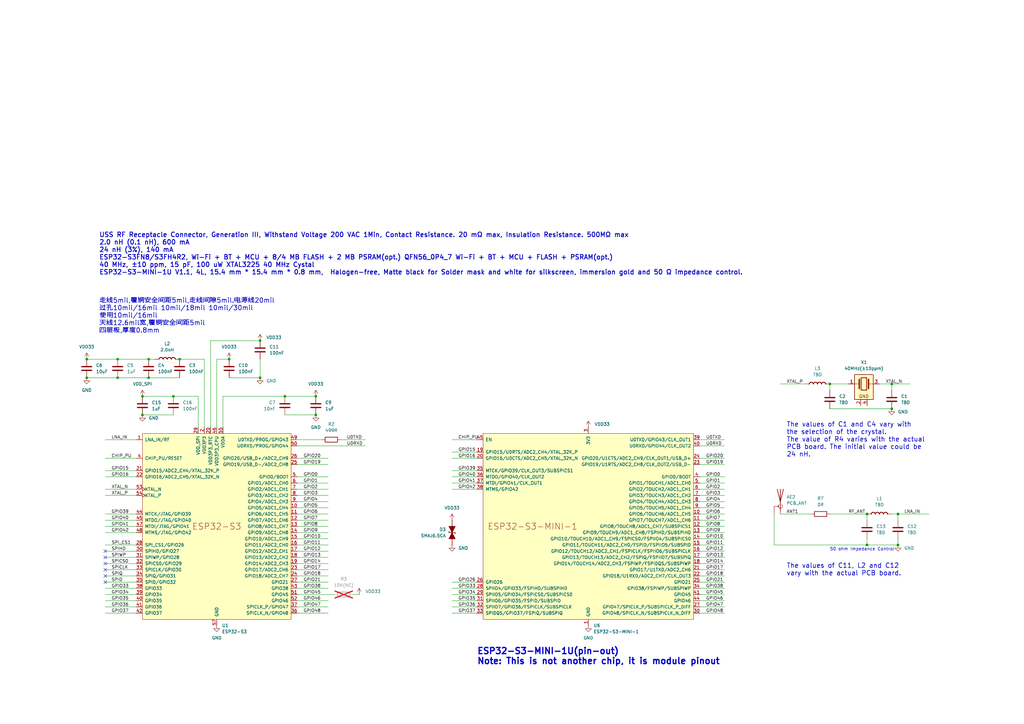
<source format=kicad_sch>
(kicad_sch (version 20250114) (generator "eeschema") (generator_version "9.0")
  (paper "A3")
  (lib_symbols
    (symbol "Device:Antenna_Shield" (pin_numbers (hide yes)) (pin_names (offset 1.016) (hide yes))
      (property "Reference" "AE" (at -1.905 4.445 0))
      (property "Value" "Antenna_Shield" (at -1.905 2.54 0))
      (symbol "Antenna_Shield_0_1"
        (arc (start 0 -2.667) (mid -0.8485 -2.1032) (end -0.508 -1.143))
        (polyline (pts (xy 0 5.08) (xy 0 -3.81)) (stroke (width 0.254)))
        (polyline (pts (xy 0 -2.54) (xy 0 0)))
        (arc (start 0.508 -1.143) (mid 0.8046 -2.0885) (end 0 -2.667))
        (polyline (pts (xy 0.762 -1.905) (xy 2.54 -1.905)))
        (circle (center 0.762 -1.905) (radius 0.1778) (fill (type outline)))
        (polyline (pts (xy 1.27 5.08) (xy 0 0) (xy -1.27 5.08)) (stroke (width 0.254)))
        (polyline (pts (xy 2.54 -2.54) (xy 2.54 -1.905)))
      )
      (symbol "Antenna_Shield_1_1"
        (pin input line (at 0 -5.08 90) (length 2.54) (name "A") (number "1"))
        (pin input line (at 2.54 -5.08 90) (length 2.54) (name "Shield") (number "2"))
      )
    )
    (symbol "PCM_Capacitor_AKL:C_1206" (pin_numbers (hide yes)) (pin_names (offset 0.254))
      (property "Reference" "C" (at 0.635 2.54 0))
      (property "Value" "C_1206" (at 0.635 -2.54 0))
      (symbol "C_1206_0_1"
        (polyline (pts (xy -2.032 0.762) (xy 2.032 0.762)) (stroke (width 0.508)))
        (polyline (pts (xy -2.032 -0.762) (xy 2.032 -0.762)) (stroke (width 0.508)))
      )
      (symbol "C_1206_0_2"
        (polyline (pts (xy -2.54 -2.54) (xy -0.381 -0.381)))
        (polyline (pts (xy -0.508 -0.508) (xy -1.651 0.635)) (stroke (width 0.508)))
        (polyline (pts (xy -0.508 -0.508) (xy 0.635 -1.651)) (stroke (width 0.508)))
        (polyline (pts (xy 0.381 0.381) (xy 2.54 2.54)))
        (polyline (pts (xy 0.508 0.508) (xy -0.635 1.651)) (stroke (width 0.508)))
        (polyline (pts (xy 0.508 0.508) (xy 1.651 -0.635)) (stroke (width 0.508)))
      )
      (symbol "C_1206_1_1"
        (pin passive line (at 0 3.81 270) (length 2.794) (name "~") (number "1"))
        (pin passive line (at 0 -3.81 90) (length 2.794) (name "~") (number "2"))
      )
      (symbol "C_1206_1_2"
        (pin passive line (at -2.54 -2.54 90) (length 0) (name "~") (number "2"))
        (pin passive line (at 2.54 2.54 270) (length 0) (name "~") (number "1"))
      )
    )
    (symbol "PCM_Crystal_AKL:SMD3225-4" (pin_names (offset 1.016) (hide yes))
      (property "Reference" "X" (at 0 8.89 0))
      (property "Value" "SMD3225-4" (at 0 6.35 0))
      (symbol "SMD3225-4_0_1"
        (rectangle (start -3.81 3.81) (end 3.81 -6.35) (stroke (width 0.254)) (fill (type background)))
        (polyline (pts (xy -3.81 0) (xy -1.905 0)))
        (polyline (pts (xy -1.905 -1.905) (xy -1.905 1.905)) (stroke (width 0.508)))
        (rectangle (start -1.143 2.54) (end 1.143 -2.54) (stroke (width 0.3048)))
        (polyline (pts (xy 1.905 -1.905) (xy 1.905 1.905)) (stroke (width 0.508)))
        (polyline (pts (xy 3.81 0) (xy 1.905 0)))
        (text "GND" (at 0 -5.08 0) (effects (font (size 1.27 1.27))))
      )
      (symbol "SMD3225-4_1_1"
        (pin passive line (at -6.35 0 0) (length 2.54) (name "1") (number "1"))
        (pin passive line (at -1.27 -8.89 90) (length 2.54) (name "2") (number "2"))
        (pin passive line (at 1.27 -8.89 90) (length 2.54) (name "4") (number "4"))
        (pin passive line (at 6.35 0 180) (length 2.54) (name "3") (number "3"))
      )
    )
    (symbol "PCM_Diode_TVS_AKL:SMAJ6.5CA" (pin_numbers (hide yes)) (pin_names (offset 1.016) (hide yes))
      (property "Reference" "D" (at 0 5.08 0))
      (property "Value" "SMAJ6.5CA" (at 0 2.54 0))
      (symbol "SMAJ6.5CA_0_1"
        (polyline (pts (xy 0 1.27) (xy 0 -1.27)) (stroke (width 0.254)))
        (polyline (pts (xy 0 1.27) (xy 0.508 1.27)) (stroke (width 0.254)))
        (polyline (pts (xy 0 0) (xy -2.54 1.27) (xy -2.54 -1.27) (xy 0 0)) (stroke (width 0.254)) (fill (type outline)))
        (polyline (pts (xy 0 -1.27) (xy -0.508 -1.27)) (stroke (width 0.254)))
        (polyline (pts (xy 1.27 0) (xy -1.27 0)))
        (polyline (pts (xy 2.54 1.27) (xy 2.54 -1.27) (xy 0 0) (xy 2.54 1.27)) (stroke (width 0.254)) (fill (type outline)))
      )
      (symbol "SMAJ6.5CA_0_2"
        (polyline (pts (xy -3.81 -3.81) (xy 3.81 3.81)))
        (polyline (pts (xy -1.778 -1.778) (xy -2.667 -0.889) (xy 0 0) (xy -0.889 -2.667) (xy -1.778 -1.778)) (stroke (width 0.254)) (fill (type outline)))
        (polyline (pts (xy -0.889 0.889) (xy -1.27 0.508)) (stroke (width 0.254)))
        (polyline (pts (xy -0.889 0.889) (xy 0.889 -0.889)) (stroke (width 0.254)))
        (polyline (pts (xy 0.889 -0.889) (xy 1.27 -0.508)) (stroke (width 0.254)))
        (polyline (pts (xy 1.778 1.778) (xy 2.667 0.889) (xy 0 0) (xy 0.889 2.667) (xy 1.778 1.778)) (stroke (width 0.254)) (fill (type outline)))
      )
      (symbol "SMAJ6.5CA_1_1"
        (pin passive line (at -5.08 0 0) (length 2.54) (name "K") (number "1"))
        (pin passive line (at 5.08 0 180) (length 2.54) (name "A") (number "2"))
      )
      (symbol "SMAJ6.5CA_1_2"
        (pin passive line (at -3.81 -3.81 0) (length 0) (name "A") (number "2"))
        (pin passive line (at 3.81 3.81 180) (length 0) (name "K") (number "1"))
      )
    )
    (symbol "PCM_Elektuur:L" (pin_numbers (hide yes)) (pin_names (offset 0) (hide yes))
      (property "Reference" "L" (at 2.54 3.175 0))
      (property "Value" "L" (at 2.54 -3.175 0))
      (symbol "L_1_0"
        (arc (start 0 3.302) (mid 0.6604 2.5146) (end 0 1.7272) (stroke (width 0.254)))
        (arc (start 0 1.6256) (mid 0.6604 0.8382) (end 0 0.0508) (stroke (width 0.254)))
        (arc (start 0 -0.0508) (mid 0.6604 -0.8382) (end 0 -1.6256) (stroke (width 0.254)))
        (arc (start 0 -1.7272) (mid 0.6604 -2.5146) (end 0 -3.302) (stroke (width 0.254)))
        (arc (start 0 3.4036) (mid 0.762 2.5146) (end 0 1.6256) (stroke (width 0.254)))
        (arc (start 0 1.7272) (mid 0.762 0.8382) (end 0 -0.0508) (stroke (width 0.254)))
        (arc (start 0 0.0508) (mid 0.762 -0.8382) (end 0 -1.7272) (stroke (width 0.254)))
        (arc (start 0 -1.6256) (mid 0.762 -2.5146) (end 0 -3.4036) (stroke (width 0.254)))
        (polyline (pts (xy 0 3.5052) (xy 0 3.302)) (stroke (width 0.254)))
        (polyline (pts (xy 0 1.7272) (xy 0 1.6256)) (stroke (width 0.254)))
        (polyline (pts (xy 0 0.0508) (xy 0 -0.0508)) (stroke (width 0.254)))
        (polyline (pts (xy 0 -1.6256) (xy 0 -1.7272)) (stroke (width 0.254)))
        (polyline (pts (xy 0 -3.302) (xy 0 -3.5052)) (stroke (width 0.254)))
        (pin passive line (at 0 5.08 270) (length 1.5748) (name "+") (number "1"))
        (pin passive line (at 0 -5.08 90) (length 1.5748) (name "-") (number "2"))
      )
      (symbol "L_1_2"
        (rectangle (start 1.524 3.3782) (end 1.9812 -3.3782) (stroke (width 0.254)) (fill (type outline)))
      )
      (symbol "L_1_3"
        (rectangle (start 1.524 3.0988) (end 1.9812 1.9304) (stroke (width 0.254)) (fill (type outline)))
        (rectangle (start 1.524 1.4224) (end 1.9812 0.254) (stroke (width 0.254)) (fill (type outline)))
        (rectangle (start 1.524 -0.254) (end 1.9812 -1.4224) (stroke (width 0.254)) (fill (type outline)))
        (rectangle (start 1.524 -1.9304) (end 1.9812 -3.0988) (stroke (width 0.254)) (fill (type outline)))
      )
    )
    (symbol "PCM_Espressif:ESP32-S3" (pin_names (offset 1.016))
      (property "Reference" "U" (at -30.48 43.18 0))
      (property "Value" "ESP32-S3" (at -30.48 40.64 0))
      (symbol "ESP32-S3_0_0"
        (text "ESP32-S3" (at 0 0 0) (effects (font (size 2.54 2.54))))
        (pin bidirectional line (at 33.02 -33.02 180) (length 2.54) (name "SPICLK_P/GPIO47") (number "37"))
        (pin bidirectional line (at 33.02 -35.56 180) (length 2.54) (name "SPICLK_N/GPIO48") (number "36"))
      )
      (symbol "ESP32-S3_0_1"
        (rectangle (start -30.48 38.1) (end 30.48 -38.1) (fill (type background)))
      )
      (symbol "ESP32-S3_1_1"
        (pin bidirectional line (at -33.02 35.56 0) (length 2.54) (name "LNA_IN/RF") (number "1"))
        (pin input line (at -33.02 27.94 0) (length 2.54) (name "CHIP_PU/RESET") (number "4"))
        (pin bidirectional line (at -33.02 22.86 0) (length 2.54) (name "GPIO15/ADC2_CH4/XTAL_32K_P") (number "21"))
        (pin bidirectional line (at -33.02 20.32 0) (length 2.54) (name "GPIO16/ADC2_CH5/XTAL_32K_N") (number "22"))
        (pin input clock (at -33.02 15.24 0) (length 2.54) (name "XTAL_N") (number "53"))
        (pin output clock (at -33.02 12.7 0) (length 2.54) (name "XTAL_P") (number "54"))
        (pin bidirectional line (at -33.02 5.08 0) (length 2.54) (name "MTCK/JTAG/GPIO39") (number "44"))
        (pin bidirectional line (at -33.02 2.54 0) (length 2.54) (name "MTDO/JTAG/GPIO40") (number "45"))
        (pin bidirectional line (at -33.02 0 0) (length 2.54) (name "MTDI/JTAG/GPIO41") (number "47"))
        (pin bidirectional line (at -33.02 -2.54 0) (length 2.54) (name "MTMS/JTAG/GPIO42") (number "48"))
        (pin bidirectional line (at -33.02 -7.62 0) (length 2.54) (name "SPI_CS1/GPIO26") (number "28"))
        (pin bidirectional line (at -33.02 -10.16 0) (length 2.54) (name "SPIHD/GPIO27") (number "30"))
        (pin bidirectional line (at -33.02 -12.7 0) (length 2.54) (name "SPIWP/GPIO28") (number "31"))
        (pin bidirectional line (at -33.02 -15.24 0) (length 2.54) (name "SPICS0/GPIO29") (number "32"))
        (pin bidirectional line (at -33.02 -17.78 0) (length 2.54) (name "SPICLK/GPIO30") (number "33"))
        (pin bidirectional line (at -33.02 -20.32 0) (length 2.54) (name "SPIQ/GPIO31") (number "34"))
        (pin bidirectional line (at -33.02 -22.86 0) (length 2.54) (name "SPID/GPIO32") (number "35"))
        (pin bidirectional line (at -33.02 -25.4 0) (length 2.54) (name "GPIO33") (number "38"))
        (pin bidirectional line (at -33.02 -27.94 0) (length 2.54) (name "GPIO34") (number "39"))
        (pin bidirectional line (at -33.02 -30.48 0) (length 2.54) (name "GPIO35") (number "40"))
        (pin bidirectional line (at -33.02 -33.02 0) (length 2.54) (name "GPIO36") (number "41"))
        (pin bidirectional line (at -33.02 -35.56 0) (length 2.54) (name "GPIO37") (number "42"))
        (pin power_out line (at -7.62 40.64 270) (length 2.54) (name "VDD_SPI") (number "29"))
        (pin power_in line (at -5.08 40.64 270) (length 2.54) (name "VDD3P3") (number "2"))
        (pin power_in line (at -5.08 40.64 270) (length 2.54) (hide yes) (name "VDD3P3") (number "3"))
        (pin power_in line (at -2.54 40.64 270) (length 2.54) (name "VDD3P3_RTC") (number "20"))
        (pin power_in line (at 0 40.64 270) (length 2.54) (name "VDD3P3_CPU") (number "46"))
        (pin power_in line (at 0 -40.64 90) (length 2.54) (name "GND") (number "57"))
        (pin power_in line (at 2.54 40.64 270) (length 2.54) (name "VDDA") (number "55"))
        (pin passive line (at 2.54 40.64 270) (length 2.54) (hide yes) (name "VDDA") (number "56"))
        (pin bidirectional line (at 33.02 35.56 180) (length 2.54) (name "U0TXD/PROG/GPIO43") (number "49"))
        (pin bidirectional line (at 33.02 33.02 180) (length 2.54) (name "U0RXD/PROG/GPIO44") (number "50"))
        (pin bidirectional line (at 33.02 27.94 180) (length 2.54) (name "GPIO20/USB_D+/ADC2_CH9") (number "26"))
        (pin bidirectional line (at 33.02 25.4 180) (length 2.54) (name "GPIO19/USB_D-/ADC2_CH8") (number "25"))
        (pin bidirectional line (at 33.02 20.32 180) (length 2.54) (name "GPIO0/BOOT") (number "5"))
        (pin bidirectional line (at 33.02 17.78 180) (length 2.54) (name "GPIO1/ADC1_CH0") (number "6"))
        (pin bidirectional line (at 33.02 15.24 180) (length 2.54) (name "GPIO2/ADC1_CH1") (number "7"))
        (pin bidirectional line (at 33.02 12.7 180) (length 2.54) (name "GPIO3/ADC1_CH2") (number "8"))
        (pin bidirectional line (at 33.02 10.16 180) (length 2.54) (name "GPIO4/ADC1_CH3") (number "9"))
        (pin bidirectional line (at 33.02 7.62 180) (length 2.54) (name "GPIO5/ADC1_CH4") (number "10"))
        (pin bidirectional line (at 33.02 5.08 180) (length 2.54) (name "GPIO6/ADC1_CH5") (number "11"))
        (pin bidirectional line (at 33.02 2.54 180) (length 2.54) (name "GPIO7/ADC1_CH6") (number "12"))
        (pin bidirectional line (at 33.02 0 180) (length 2.54) (name "GPIO8/ADC1_CH7") (number "13"))
        (pin bidirectional line (at 33.02 -2.54 180) (length 2.54) (name "GPIO9/ADC1_CH8") (number "14"))
        (pin bidirectional line (at 33.02 -5.08 180) (length 2.54) (name "GPIO10/ADC1_CH9") (number "15"))
        (pin bidirectional line (at 33.02 -7.62 180) (length 2.54) (name "GPIO11/ADC2_CH0") (number "16"))
        (pin bidirectional line (at 33.02 -10.16 180) (length 2.54) (name "GPIO12/ADC2_CH1") (number "17"))
        (pin bidirectional line (at 33.02 -12.7 180) (length 2.54) (name "GPIO13/ADC2_CH2") (number "18"))
        (pin bidirectional line (at 33.02 -15.24 180) (length 2.54) (name "GPIO14/ADC2_CH3") (number "19"))
        (pin bidirectional line (at 33.02 -17.78 180) (length 2.54) (name "GPIO17/ADC2_CH6") (number "23"))
        (pin bidirectional line (at 33.02 -20.32 180) (length 2.54) (name "GPIO18/ADC2_CH7") (number "24"))
        (pin bidirectional line (at 33.02 -22.86 180) (length 2.54) (name "GPIO21") (number "27"))
        (pin bidirectional line (at 33.02 -25.4 180) (length 2.54) (name "GPIO38") (number "43"))
        (pin bidirectional line (at 33.02 -27.94 180) (length 2.54) (name "GPIO45") (number "51"))
        (pin bidirectional line (at 33.02 -30.48 180) (length 2.54) (name "GPIO46") (number "52"))
      )
    )
    (symbol "PCM_Espressif:ESP32-S3-MINI-1" (pin_names (offset 1.016))
      (property "Reference" "U" (at -43.18 43.18 0))
      (property "Value" "ESP32-S3-MINI-1" (at -43.18 40.64 0))
      (symbol "ESP32-S3-MINI-1_0_0"
        (text "ESP32-S3-MINI-1" (at -22.86 0 0) (effects (font (size 2.54 2.54))))
        (pin input line (at -45.72 35.56 0) (length 2.54) (name "EN") (number "45"))
        (pin bidirectional line (at -45.72 30.48 0) (length 2.54) (name "GPIO15/U0RTS/ADC2_CH4/XTAL_32K_P") (number "19"))
        (pin bidirectional line (at -45.72 27.94 0) (length 2.54) (name "GPIO16/U0CTS/ADC2_CH5/XTAL_32K_N") (number "20"))
        (pin bidirectional line (at -45.72 22.86 0) (length 2.54) (name "MTCK/GPIO39/CLK_OUT3/SUBSPICS1") (number "35"))
        (pin bidirectional line (at -45.72 20.32 0) (length 2.54) (name "MTDO/GPIO40/CLK_OUT2") (number "36"))
        (pin bidirectional line (at -45.72 17.78 0) (length 2.54) (name "MTDI/GPIO41/CLK_OUT1") (number "37"))
        (pin bidirectional line (at -45.72 15.24 0) (length 2.54) (name "MTMS/GPIO42") (number "38"))
        (pin bidirectional line (at -45.72 -22.86 0) (length 2.54) (name "GPIO26") (number "26"))
        (pin bidirectional line (at -45.72 -25.4 0) (length 2.54) (name "SPIIO4/GPIO33/FSPIHD/SUBSPIHD") (number "28"))
        (pin bidirectional line (at -45.72 -27.94 0) (length 2.54) (name "SPIIO5/GPIO34/FSPICS0/SUBSPICS0") (number "29"))
        (pin bidirectional line (at -45.72 -30.48 0) (length 2.54) (name "SPIIO6/GPIO35/FSPID/SUBSPID") (number "31"))
        (pin bidirectional line (at -45.72 -33.02 0) (length 2.54) (name "SPIIO7/GPIO36/FSPICLK/SUBSPICLK") (number "32"))
        (pin bidirectional line (at -45.72 -35.56 0) (length 2.54) (name "SPIDQS/GPIO37/FSPIQ/SUBSPIQ") (number "33"))
        (pin power_in line (at 0 40.64 270) (length 2.54) (name "3V3") (number "3"))
        (pin power_in line (at 0 -40.64 90) (length 2.54) (name "GND") (number "1"))
        (pin passive line (at 0 -40.64 90) (length 2.54) (hide yes) (name "GND") (number "2"))
        (pin passive line (at 0 -40.64 90) (length 2.54) (hide yes) (name "GND") (number "42"))
        (pin passive line (at 0 -40.64 90) (length 2.54) (hide yes) (name "GND") (number "43"))
        (pin passive line (at 0 -40.64 90) (length 2.54) (hide yes) (name "GND") (number "46"))
        (pin passive line (at 0 -40.64 90) (length 2.54) (hide yes) (name "GND") (number "47"))
        (pin passive line (at 0 -40.64 90) (length 2.54) (hide yes) (name "GND") (number "48"))
        (pin passive line (at 0 -40.64 90) (length 2.54) (hide yes) (name "GND") (number "49"))
        (pin passive line (at 0 -40.64 90) (length 2.54) (hide yes) (name "GND") (number "50"))
        (pin passive line (at 0 -40.64 90) (length 2.54) (hide yes) (name "GND") (number "51"))
        (pin passive line (at 0 -40.64 90) (length 2.54) (hide yes) (name "GND") (number "52"))
        (pin passive line (at 0 -40.64 90) (length 2.54) (hide yes) (name "GND") (number "53"))
        (pin passive line (at 0 -40.64 90) (length 2.54) (hide yes) (name "GND") (number "54"))
        (pin passive line (at 0 -40.64 90) (length 2.54) (hide yes) (name "GND") (number "55"))
        (pin passive line (at 0 -40.64 90) (length 2.54) (hide yes) (name "GND") (number "56"))
        (pin passive line (at 0 -40.64 90) (length 2.54) (hide yes) (name "GND") (number "57"))
        (pin passive line (at 0 -40.64 90) (length 2.54) (hide yes) (name "GND") (number "58"))
        (pin passive line (at 0 -40.64 90) (length 2.54) (hide yes) (name "GND") (number "59"))
        (pin passive line (at 0 -40.64 90) (length 2.54) (hide yes) (name "GND") (number "60"))
        (pin passive line (at 0 -40.64 90) (length 2.54) (hide yes) (name "GND") (number "61"))
        (pin passive line (at 0 -40.64 90) (length 2.54) (hide yes) (name "GND") (number "62"))
        (pin passive line (at 0 -40.64 90) (length 2.54) (hide yes) (name "GND") (number "63"))
        (pin passive line (at 0 -40.64 90) (length 2.54) (hide yes) (name "GND") (number "64"))
        (pin passive line (at 0 -40.64 90) (length 2.54) (hide yes) (name "GND") (number "65"))
        (pin bidirectional line (at 45.72 35.56 180) (length 2.54) (name "U0TXD/GPIO43/CLK_OUT1") (number "39"))
        (pin bidirectional line (at 45.72 33.02 180) (length 2.54) (name "U0RXD/GPIO44/CLK_OUT2") (number "40"))
        (pin bidirectional line (at 45.72 27.94 180) (length 2.54) (name "GPIO20/U1CTS/ADC2_CH9/CLK_OUT1/USB_D+") (number "24"))
        (pin bidirectional line (at 45.72 25.4 180) (length 2.54) (name "GPIO19/U1RTS/ADC2_CH8/CLK_OUT2/USB_D-") (number "23"))
        (pin bidirectional line (at 45.72 20.32 180) (length 2.54) (name "GPIO0/BOOT") (number "4"))
        (pin bidirectional line (at 45.72 17.78 180) (length 2.54) (name "GPIO1/TOUCH1/ADC1_CH0") (number "5"))
        (pin bidirectional line (at 45.72 15.24 180) (length 2.54) (name "GPIO2/TOUCH2/ADC1_CH1") (number "6"))
        (pin bidirectional line (at 45.72 12.7 180) (length 2.54) (name "GPIO3/TOUCH3/ADC1_CH2") (number "7"))
        (pin bidirectional line (at 45.72 10.16 180) (length 2.54) (name "GPIO4/TOUCH4/ADC1_CH3") (number "8"))
        (pin bidirectional line (at 45.72 7.62 180) (length 2.54) (name "GPIO5/TOUCH5/ADC1_CH4") (number "9"))
        (pin bidirectional line (at 45.72 5.08 180) (length 2.54) (name "GPIO6/TOUCH6/ADC1_CH5") (number "10"))
        (pin bidirectional line (at 45.72 2.54 180) (length 2.54) (name "GPIO7/TOUCH7/ADC1_CH6") (number "11"))
        (pin bidirectional line (at 45.72 0 180) (length 2.54) (name "GPIO8/TOUCH8/ADC1_CH7/SUBSPICS1") (number "12"))
        (pin bidirectional line (at 45.72 -2.54 180) (length 2.54) (name "GPIO9/TOUCH9/ADC1_CH8/FSPIHD/SUBSPIHD") (number "13"))
        (pin bidirectional line (at 45.72 -5.08 180) (length 2.54) (name "GPIO10/TOUCH10/ADC1_CH9/FSPICS0/FSPIIO4/SUBSPICS0") (number "14"))
        (pin bidirectional line (at 45.72 -7.62 180) (length 2.54) (name "GPIO11/TOUCH11/ADC2_CH0/FSPID/FSPIIO5/SUBSPID") (number "15"))
        (pin bidirectional line (at 45.72 -10.16 180) (length 2.54) (name "GPIO12/TOUCH12/ADC2_CH1/FSPICLK/FSPIIO6/SUBSPICLK") (number "16"))
        (pin bidirectional line (at 45.72 -12.7 180) (length 2.54) (name "GPIO13/TOUCH13/ADC2_CH2/FSPIQ/FSPIIO7/SUBSPIQ") (number "17"))
        (pin bidirectional line (at 45.72 -15.24 180) (length 2.54) (name "GPIO14/TOUCH14/ADC2_CH3/FSPIWP/FSPIDQS/SUBSPIWP") (number "18"))
        (pin bidirectional line (at 45.72 -17.78 180) (length 2.54) (name "GPIO17/U1TXD/ADC2_CH6") (number "21"))
        (pin bidirectional line (at 45.72 -20.32 180) (length 2.54) (name "GPIO18/U1RXD/ADC2_CH7/CLK_OUT3") (number "22"))
        (pin bidirectional line (at 45.72 -22.86 180) (length 2.54) (name "GPIO21") (number "25"))
        (pin bidirectional line (at 45.72 -25.4 180) (length 2.54) (name "GPIO38/FSPIWP/SUBSPIWP") (number "34"))
        (pin bidirectional line (at 45.72 -27.94 180) (length 2.54) (name "GPIO45") (number "41"))
        (pin bidirectional line (at 45.72 -30.48 180) (length 2.54) (name "GPIO46") (number "44"))
        (pin bidirectional line (at 45.72 -33.02 180) (length 2.54) (name "GPIO47/SPICLK_P/SUBSPICLK_P_DIFF") (number "27"))
        (pin bidirectional line (at 45.72 -35.56 180) (length 2.54) (name "GPIO48/SPICLK_N/SUBSPICLK_N_DIFF") (number "30"))
      )
      (symbol "ESP32-S3-MINI-1_0_1"
        (rectangle (start -43.18 38.1) (end 43.18 -38.1) (fill (type background)))
      )
    )
    (symbol "PCM_Resistor_AKL:R_1206" (pin_numbers (hide yes)) (pin_names (offset 0))
      (property "Reference" "R" (at 2.54 1.27 0))
      (property "Value" "R_1206" (at 2.54 -1.27 0))
      (symbol "R_1206_0_1"
        (rectangle (start -1.016 2.54) (end 1.016 -2.54) (stroke (width 0.254)))
      )
      (symbol "R_1206_0_2"
        (polyline (pts (xy -2.54 -2.54) (xy -1.524 -1.524)))
        (polyline (pts (xy 1.524 1.524) (xy 2.54 2.54)))
        (polyline (pts (xy 1.524 1.524) (xy 0.889 2.159) (xy -2.159 -0.889) (xy -0.889 -2.159) (xy 2.159 0.889) (xy 1.524 1.524)) (stroke (width 0.254)))
      )
      (symbol "R_1206_1_1"
        (pin passive line (at 0 3.81 270) (length 1.27) (name "~") (number "1"))
        (pin passive line (at 0 -3.81 90) (length 1.27) (name "~") (number "2"))
      )
      (symbol "R_1206_1_2"
        (pin passive line (at -2.54 -2.54 0) (length 0) (name "") (number "2"))
        (pin passive line (at 2.54 2.54 180) (length 0) (name "") (number "1"))
      )
    )
    (symbol "power:+3.3V" (power) (pin_numbers (hide yes)) (pin_names (offset 0) (hide yes))
      (property "Value" "+3.3V" (at 0 3.556 0))
      (symbol "+3.3V_0_1"
        (polyline (pts (xy -0.762 1.27) (xy 0 2.54)))
        (polyline (pts (xy 0 2.54) (xy 0.762 1.27)))
        (polyline (pts (xy 0 0) (xy 0 2.54)))
      )
      (symbol "+3.3V_1_1"
        (pin power_in line (at 0 0 90) (length 0) (name "~") (number "1"))
      )
    )
    (symbol "power:GND" (power) (pin_numbers (hide yes)) (pin_names (offset 0) (hide yes))
      (property "Value" "GND" (at 0 -3.81 0))
      (symbol "GND_0_1"
        (polyline (pts (xy 0 0) (xy 0 -1.27) (xy 1.27 -1.27) (xy 0 -2.54) (xy -1.27 -1.27) (xy 0 -1.27)))
      )
      (symbol "GND_1_1"
        (pin power_in line (at 0 0 270) (length 0) (name "~") (number "1"))
      )
    )
  )
  (text "The values of C11, L2 and C12\nvary with the actual PCB board." (exclude_from_sim yes) (at 322.58 233.68 0) (effects (font (size 1.905 1.905) (thickness 0.2381)) (justify left)))
  (text "50 ohm Impedance Control" (at 340.36 226.06 0) (effects (font (size 1.27 1.27)) (justify left bottom)))
  (text "ESP32-S3-MINI-1U(pin-out)\nNote: This is not another chip, it is module pinout" (exclude_from_sim yes) (at 195.58 269.24 0) (effects (font (size 2.54 2.54) (thickness 0.508) (bold yes)) (justify left)))
  (text "USS RF Receptacle Connector, Generation III, Withstand Voltage 200 VAC 1Min, Contact Resistance. 20 mΩ max, Insulation Resistance. 500MΩ max\n2.0 nH (0.1 nH), 600 mA\n24 nH (3%), 140 mA\nESP32-S3FN8/S3FH4R2, Wi-Fi + BT + MCU + 8/4 MB FLASH + 2 MB PSRAM(opt.) QFN56_0P4_7 Wi-Fi + BT + MCU + FLASH + PSRAM(opt.)\n40 MHz, ±10 ppm, 15 pF, 100 uW XTAL3225 40 MHz Cystal\nESP32-S3-MINI-1U V1.1, 4L, 15.4 mm * 15.4 mm * 0.8 mm,  Halogen-free, Matte black for Solder mask and white for silkscreen, immersion gold and 50 Ω impedance control." (exclude_from_sim yes) (at 40.64 104.14 0) (effects (font (size 1.905 1.905) (thickness 0.3175)) (justify left)))
  (text "走线5mil,覆铜安全间距5mil,走线间隙5mil.电源线20mil\n过孔10mil/16mil 10mil/18mil 10mil/30mil\n使用10mil/16mil\n天线12.6mil宽,覆铜安全间距5mil\n四层板,厚度0.8mm" (exclude_from_sim yes) (at 40.64 129.54 0) (effects (font (size 1.905 1.905) (thickness 0.2381)) (justify left)))
  (text "The values of C1 and C4 vary with\nthe selection of the crystal.\nThe value of R4 varies with the actual\nPCB board. The initial value could be\n24 nH." (exclude_from_sim yes) (at 322.58 180.34 0) (effects (font (size 1.905 1.905) (thickness 0.2381)) (justify left)))
  (junction (at 58.42 170.18))
  (junction (at 48.26 154.94))
  (junction (at 365.76 167.64))
  (junction (at 60.96 154.94))
  (junction (at 35.56 154.94))
  (junction (at 93.98 147.32))
  (junction (at 340.36 157.48))
  (junction (at 60.96 147.32))
  (junction (at 355.6 223.52))
  (junction (at 129.54 170.18))
  (junction (at 106.68 139.7))
  (junction (at 116.84 162.56))
  (junction (at 129.54 162.56))
  (junction (at 365.76 157.48))
  (junction (at 355.6 210.82))
  (junction (at 368.3 210.82))
  (junction (at 71.12 162.56))
  (junction (at 58.42 162.56))
  (junction (at 48.26 147.32))
  (junction (at 106.68 154.94))
  (junction (at 35.56 147.32))
  (junction (at 73.66 147.32))
  (junction (at 368.3 223.52))
  (no_connect (at 43.18 236.22))
  (no_connect (at 43.18 228.6))
  (no_connect (at 43.18 238.76))
  (no_connect (at 43.18 231.14))
  (no_connect (at 43.18 233.68))
  (no_connect (at 43.18 226.06))
  (wire (pts (xy 43.18 251.46) (xy 55.88 251.46)))
  (wire (pts (xy 185.42 238.76) (xy 195.58 238.76)))
  (wire (pts (xy 121.92 218.44) (xy 134.62 218.44)))
  (wire (pts (xy 287.02 210.82) (xy 297.18 210.82)))
  (wire (pts (xy 121.92 243.84) (xy 137.16 243.84)))
  (wire (pts (xy 121.92 236.22) (xy 134.62 236.22)))
  (wire (pts (xy 121.92 233.68) (xy 134.62 233.68)))
  (wire (pts (xy 320.04 157.48) (xy 330.2 157.48)))
  (wire (pts (xy 48.26 154.94) (xy 60.96 154.94)))
  (wire (pts (xy 365.76 157.48) (xy 373.38 157.48)))
  (wire (pts (xy 287.02 213.36) (xy 297.18 213.36)))
  (wire (pts (xy 88.9 147.32) (xy 93.98 147.32)))
  (wire (pts (xy 355.6 210.82) (xy 355.6 213.36)))
  (wire (pts (xy 317.5 210.82) (xy 317.5 223.52)))
  (wire (pts (xy 121.92 220.98) (xy 134.62 220.98)))
  (wire (pts (xy 43.18 241.3) (xy 55.88 241.3)))
  (wire (pts (xy 287.02 228.6) (xy 297.18 228.6)))
  (wire (pts (xy 63.5 147.32) (xy 60.96 147.32)))
  (wire (pts (xy 121.92 203.2) (xy 134.62 203.2)))
  (wire (pts (xy 43.18 226.06) (xy 55.88 226.06)))
  (wire (pts (xy 121.92 205.74) (xy 134.62 205.74)))
  (wire (pts (xy 287.02 248.92) (xy 297.18 248.92)))
  (wire (pts (xy 185.42 246.38) (xy 195.58 246.38)))
  (wire (pts (xy 287.02 195.58) (xy 297.18 195.58)))
  (wire (pts (xy 71.12 162.56) (xy 81.28 162.56)))
  (wire (pts (xy 185.42 251.46) (xy 195.58 251.46)))
  (wire (pts (xy 121.92 187.96) (xy 134.62 187.96)))
  (wire (pts (xy 43.18 248.92) (xy 55.88 248.92)))
  (wire (pts (xy 287.02 187.96) (xy 297.18 187.96)))
  (wire (pts (xy 58.42 162.56) (xy 71.12 162.56)))
  (wire (pts (xy 287.02 190.5) (xy 297.18 190.5)))
  (wire (pts (xy 43.18 213.36) (xy 55.88 213.36)))
  (wire (pts (xy 121.92 182.88) (xy 149.86 182.88)))
  (wire (pts (xy 287.02 251.46) (xy 297.18 251.46)))
  (wire (pts (xy 365.76 157.48) (xy 365.76 160.02)))
  (wire (pts (xy 287.02 203.2) (xy 297.18 203.2)))
  (wire (pts (xy 185.42 248.92) (xy 195.58 248.92)))
  (wire (pts (xy 287.02 180.34) (xy 297.18 180.34)))
  (wire (pts (xy 60.96 154.94) (xy 73.66 154.94)))
  (wire (pts (xy 139.7 180.34) (xy 149.86 180.34)))
  (wire (pts (xy 185.42 180.34) (xy 195.58 180.34)))
  (wire (pts (xy 129.54 170.18) (xy 116.84 170.18)))
  (wire (pts (xy 355.6 220.98) (xy 355.6 223.52)))
  (wire (pts (xy 43.18 200.66) (xy 55.88 200.66)))
  (wire (pts (xy 287.02 208.28) (xy 297.18 208.28)))
  (wire (pts (xy 121.92 241.3) (xy 134.62 241.3)))
  (wire (pts (xy 185.42 195.58) (xy 195.58 195.58)))
  (wire (pts (xy 35.56 147.32) (xy 48.26 147.32)))
  (wire (pts (xy 121.92 213.36) (xy 134.62 213.36)))
  (wire (pts (xy 287.02 182.88) (xy 297.18 182.88)))
  (wire (pts (xy 129.54 162.56) (xy 116.84 162.56)))
  (wire (pts (xy 287.02 200.66) (xy 297.18 200.66)))
  (wire (pts (xy 287.02 226.06) (xy 297.18 226.06)))
  (wire (pts (xy 83.82 175.26) (xy 83.82 147.32)))
  (wire (pts (xy 121.92 198.12) (xy 134.62 198.12)))
  (wire (pts (xy 91.44 162.56) (xy 91.44 175.26)))
  (wire (pts (xy 368.3 213.36) (xy 368.3 210.82)))
  (wire (pts (xy 121.92 200.66) (xy 134.62 200.66)))
  (wire (pts (xy 88.9 147.32) (xy 88.9 175.26)))
  (wire (pts (xy 340.36 157.48) (xy 340.36 160.02)))
  (wire (pts (xy 317.5 223.52) (xy 355.6 223.52)))
  (wire (pts (xy 121.92 238.76) (xy 134.62 238.76)))
  (wire (pts (xy 86.36 139.7) (xy 86.36 175.26)))
  (wire (pts (xy 81.28 162.56) (xy 81.28 175.26)))
  (wire (pts (xy 368.3 210.82) (xy 381 210.82)))
  (wire (pts (xy 106.68 147.32) (xy 106.68 154.94)))
  (wire (pts (xy 287.02 241.3) (xy 297.18 241.3)))
  (wire (pts (xy 121.92 226.06) (xy 134.62 226.06)))
  (wire (pts (xy 287.02 238.76) (xy 297.18 238.76)))
  (wire (pts (xy 185.42 241.3) (xy 195.58 241.3)))
  (wire (pts (xy 287.02 205.74) (xy 297.18 205.74)))
  (wire (pts (xy 43.18 231.14) (xy 55.88 231.14)))
  (wire (pts (xy 43.18 193.04) (xy 55.88 193.04)))
  (wire (pts (xy 60.96 147.32) (xy 48.26 147.32)))
  (wire (pts (xy 340.36 210.82) (xy 355.6 210.82)))
  (wire (pts (xy 287.02 215.9) (xy 297.18 215.9)))
  (wire (pts (xy 106.68 139.7) (xy 86.36 139.7)))
  (wire (pts (xy 368.3 223.52) (xy 368.3 220.98)))
  (wire (pts (xy 185.42 187.96) (xy 195.58 187.96)))
  (wire (pts (xy 121.92 246.38) (xy 134.62 246.38)))
  (wire (pts (xy 287.02 231.14) (xy 297.18 231.14)))
  (wire (pts (xy 35.56 154.94) (xy 48.26 154.94)))
  (wire (pts (xy 43.18 215.9) (xy 55.88 215.9)))
  (wire (pts (xy 121.92 195.58) (xy 134.62 195.58)))
  (wire (pts (xy 58.42 170.18) (xy 71.12 170.18)))
  (wire (pts (xy 287.02 236.22) (xy 297.18 236.22)))
  (wire (pts (xy 185.42 185.42) (xy 195.58 185.42)))
  (wire (pts (xy 43.18 243.84) (xy 55.88 243.84)))
  (wire (pts (xy 287.02 198.12) (xy 297.18 198.12)))
  (wire (pts (xy 144.78 243.84) (xy 147.32 243.84)))
  (wire (pts (xy 43.18 218.44) (xy 55.88 218.44)))
  (wire (pts (xy 121.92 251.46) (xy 134.62 251.46)))
  (wire (pts (xy 287.02 246.38) (xy 297.18 246.38)))
  (wire (pts (xy 287.02 223.52) (xy 297.18 223.52)))
  (wire (pts (xy 43.18 246.38) (xy 55.88 246.38)))
  (wire (pts (xy 340.36 157.48) (xy 347.98 157.48)))
  (wire (pts (xy 43.18 223.52) (xy 55.88 223.52)))
  (wire (pts (xy 121.92 231.14) (xy 134.62 231.14)))
  (wire (pts (xy 121.92 228.6) (xy 134.62 228.6)))
  (wire (pts (xy 43.18 203.2) (xy 55.88 203.2)))
  (wire (pts (xy 340.36 167.64) (xy 365.76 167.64)))
  (wire (pts (xy 121.92 208.28) (xy 134.62 208.28)))
  (wire (pts (xy 185.42 193.04) (xy 195.58 193.04)))
  (wire (pts (xy 185.42 198.12) (xy 195.58 198.12)))
  (wire (pts (xy 43.18 187.96) (xy 55.88 187.96)))
  (wire (pts (xy 185.42 243.84) (xy 195.58 243.84)))
  (wire (pts (xy 43.18 228.6) (xy 55.88 228.6)))
  (wire (pts (xy 320.04 210.82) (xy 332.74 210.82)))
  (wire (pts (xy 287.02 233.68) (xy 297.18 233.68)))
  (wire (pts (xy 43.18 233.68) (xy 55.88 233.68)))
  (wire (pts (xy 287.02 220.98) (xy 297.18 220.98)))
  (wire (pts (xy 43.18 180.34) (xy 55.88 180.34)))
  (wire (pts (xy 91.44 162.56) (xy 116.84 162.56)))
  (wire (pts (xy 185.42 200.66) (xy 195.58 200.66)))
  (wire (pts (xy 121.92 190.5) (xy 134.62 190.5)))
  (wire (pts (xy 43.18 236.22) (xy 55.88 236.22)))
  (wire (pts (xy 360.68 157.48) (xy 365.76 157.48)))
  (wire (pts (xy 121.92 223.52) (xy 134.62 223.52)))
  (wire (pts (xy 121.92 248.92) (xy 134.62 248.92)))
  (wire (pts (xy 43.18 238.76) (xy 55.88 238.76)))
  (wire (pts (xy 355.6 223.52) (xy 368.3 223.52)))
  (wire (pts (xy 121.92 180.34) (xy 132.08 180.34)))
  (wire (pts (xy 121.92 215.9) (xy 134.62 215.9)))
  (wire (pts (xy 73.66 147.32) (xy 83.82 147.32)))
  (wire (pts (xy 121.92 210.82) (xy 134.62 210.82)))
  (wire (pts (xy 287.02 218.44) (xy 297.18 218.44)))
  (wire (pts (xy 43.18 195.58) (xy 55.88 195.58)))
  (wire (pts (xy 93.98 154.94) (xy 106.68 154.94)))
  (wire (pts (xy 43.18 210.82) (xy 55.88 210.82)))
  (wire (pts (xy 368.3 210.82) (xy 365.76 210.82)))
  (wire (pts (xy 287.02 243.84) (xy 297.18 243.84)))
  (label "GPIO39" (at 45.72 210.82 0))
  (label "LNA_IN" (at 45.72 180.34 0))
  (label "GPIO41" (at 45.72 215.9 0))
  (label "GPIO36" (at 187.96 248.92 0))
  (label "GPIO19" (at 124.46 190.5 0))
  (label "GPIO20" (at 289.56 187.96 0))
  (label "GPIO7" (at 289.56 213.36 0))
  (label "GPIO40" (at 45.72 213.36 0))
  (label "GPIO18" (at 289.56 236.22 0))
  (label "GPIO48" (at 289.56 251.46 0))
  (label "SPICLK" (at 45.72 233.68 0))
  (label "GPIO14" (at 289.56 231.14 0))
  (label "XTAL_N" (at 45.72 200.66 0))
  (label "GPIO13" (at 124.46 228.6 0))
  (label "GPIO33" (at 187.96 241.3 0))
  (label "GPIO3" (at 124.46 203.2 0))
  (label "GPIO6" (at 289.56 210.82 0))
  (label "GPIO10" (at 124.46 220.98 0))
  (label "GPIO46" (at 124.46 246.38 0))
  (label "GPIO5" (at 289.56 208.28 0))
  (label "GPIO39" (at 187.96 193.04 0))
  (label "GPIO5" (at 124.46 208.28 0))
  (label "GPIO18" (at 124.46 236.22 0))
  (label "GPIO46" (at 289.56 246.38 0))
  (label "GPIO42" (at 45.72 218.44 0))
  (label "GPIO20" (at 124.46 187.96 0))
  (label "GPIO26" (at 187.96 238.76 0))
  (label "CHIP_PU" (at 187.96 180.34 0))
  (label "GPIO42" (at 187.96 200.66 0))
  (label "GPIO11" (at 289.56 223.52 0))
  (label "SPIHD" (at 45.72 226.06 0))
  (label "GPIO9" (at 124.46 218.44 0))
  (label "GPIO34" (at 45.72 243.84 0))
  (label "GPIO35" (at 187.96 246.38 0))
  (label "GPIO1" (at 124.46 198.12 0))
  (label "GPIO48" (at 124.46 251.46 0))
  (label "GPIO34" (at 187.96 243.84 0))
  (label "GPIO8" (at 289.56 215.9 0))
  (label "U0RXD" (at 289.56 182.88 0))
  (label "GPIO19" (at 289.56 190.5 0))
  (label "ANT1" (at 322.58 210.82 0))
  (label "GPIO17" (at 124.46 233.68 0))
  (label "GPIO14" (at 124.46 231.14 0))
  (label "GPIO36" (at 45.72 248.92 0))
  (label "GPIO11" (at 124.46 223.52 0))
  (label "GPIO12" (at 124.46 226.06 0))
  (label "SPIWP" (at 45.72 228.6 0))
  (label "GPIO0" (at 289.56 195.58 0))
  (label "GPIO33" (at 45.72 241.3 0))
  (label "U0TXD" (at 289.56 180.34 0))
  (label "GPIO16" (at 187.96 187.96 0))
  (label "GPIO13" (at 289.56 228.6 0))
  (label "GPIO37" (at 187.96 251.46 0))
  (label "GPIO2" (at 124.46 200.66 0))
  (label "SPIQ" (at 45.72 236.22 0))
  (label "GPIO7" (at 124.46 213.36 0))
  (label "GPIO4" (at 124.46 205.74 0))
  (label "GPIO2" (at 289.56 200.66 0))
  (label "RF_ANT" (at 347.98 210.82 0))
  (label "GPIO41" (at 187.96 198.12 0))
  (label "XTAL_P" (at 45.72 203.2 0))
  (label "GPIO21" (at 124.46 238.76 0))
  (label "GPIO47" (at 124.46 248.92 0))
  (label "GPIO15" (at 45.72 193.04 0))
  (label "GPIO12" (at 289.56 226.06 0))
  (label "GPIO9" (at 289.56 218.44 0))
  (label "GPIO38" (at 289.56 241.3 0))
  (label "GPIO10" (at 289.56 220.98 0))
  (label "SPICS0" (at 45.72 231.14 0))
  (label "GPIO40" (at 187.96 195.58 0))
  (label "GPIO15" (at 187.96 185.42 0))
  (label "SPI_CS1" (at 45.72 223.52 0))
  (label "GPIO16" (at 45.72 195.58 0))
  (label "GPIO8" (at 124.46 215.9 0))
  (label "U0RXD" (at 142.24 182.88 0))
  (label "GPIO1" (at 289.56 198.12 0))
  (label "GPIO3" (at 289.56 203.2 0))
  (label "GPIO45" (at 289.56 243.84 0))
  (label "XTAL_N" (at 363.22 157.48 0))
  (label "GPIO38" (at 124.46 241.3 0))
  (label "GPIO0" (at 124.46 195.58 0))
  (label "CHIP_PU" (at 45.72 187.96 0))
  (label "GPIO45" (at 124.46 243.84 0))
  (label "XTAL_P" (at 322.58 157.48 0))
  (label "GPIO37" (at 45.72 251.46 0))
  (label "GPIO35" (at 45.72 246.38 0))
  (label "GPIO6" (at 124.46 210.82 0))
  (label "GPIO17" (at 289.56 233.68 0))
  (label "LNA_IN" (at 370.84 210.82 0))
  (label "GPIO4" (at 289.56 205.74 0))
  (label "SPID" (at 45.72 238.76 0))
  (label "GPIO21" (at 289.56 238.76 0))
  (label "GPIO47" (at 289.56 248.92 0))
  (label "U0TXD" (at 142.24 180.34 0))
  (symbol (lib_id "PCM_Capacitor_AKL:C_1206") (at 365.76 163.83 0) (mirror y) (unit 1)
    (property "Reference" "C1" (at 369.57 162.5599 0) (effects (justify right)))
    (property "Value" "TBD" (at 369.57 165.0999 0) (effects (justify right)))
    (property "Footprint" "PCM_Capacitor_SMD_AKL:C_1206_3216Metric" (effects (hide yes)))
    (property "Description" "SMD 1206 MLCC capacitor, Alternate KiCad Library" (effects (hide yes)))
  )
  (symbol (lib_id "power:GND") (at 365.76 167.64 0) (unit 1)
    (property "Reference" "#PWR04" (effects (hide yes)))
    (property "Value" "GND" (at 368.3 168.9099 0) (effects (justify left)))
    (property "Description" "Power symbol creates a global label with name \"GND\" , ground" (effects (hide yes)))
  )
  (symbol (lib_id "power:GND") (at 106.68 154.94 0) (unit 1)
    (property "Reference" "#PWR016" (effects (hide yes)))
    (property "Value" "GND" (at 109.22 156.2099 0) (effects (justify left)))
    (property "Description" "Power symbol creates a global label with name \"GND\" , ground" (effects (hide yes)))
  )
  (symbol (lib_id "PCM_Capacitor_AKL:C_1206") (at 48.26 151.13 0) (unit 1)
    (property "Reference" "C5" (at 52.07 149.8599 0) (effects (justify left)))
    (property "Value" "1uF" (at 52.07 152.3999 0) (effects (justify left)))
    (property "Footprint" "PCM_Capacitor_SMD_AKL:C_1206_3216Metric" (effects (hide yes)))
    (property "Description" "SMD 1206 MLCC capacitor, Alternate KiCad Library" (effects (hide yes)))
  )
  (symbol (lib_id "PCM_Diode_TVS_AKL:SMAJ6.5CA") (at 185.42 218.44 90) (unit 1)
    (property "Reference" "D3" (at 182.88 217.1699 90) (effects (justify left)))
    (property "Value" "SMAJ6.5CA" (at 182.88 219.7099 90) (effects (justify left)))
    (property "Footprint" "PCM_Diode_SMD_AKL:D_SMA_TVS" (effects (hide yes)))
    (property "Datasheet" "https://www.tme.eu/Document/dbc72d81c249fe51b6ab42300e8e06d0/SMAJ_ser.pdf" (effects (hide yes)))
    (property "Description" "SMA Bidirectional TVS Diode, 6.5V, 400W, Alternate KiCAD Library" (effects (hide yes)))
  )
  (symbol (lib_id "power:+3.3V") (at 241.3 175.26 0) (unit 1)
    (property "Reference" "#PWR028" (effects (hide yes)))
    (property "Value" "VDD33" (at 243.84 173.9899 0) (effects (justify left)))
    (property "Description" "Power symbol creates a global label with name \"+3.3V\"" (effects (hide yes)))
  )
  (symbol (lib_id "PCM_Elektuur:L") (at 360.68 210.82 90) (unit 1)
    (property "Reference" "L1" (at 360.68 204.47 90))
    (property "Value" "TBD" (at 360.68 207.01 90))
    (property "Description" "coil/winding/inductor/choke/reactor" (effects (hide yes)))
    (property "Indicator" "●" (effects (hide yes)))
    (property "Rating" "A" (effects (hide yes)))
  )
  (symbol (lib_id "PCM_Capacitor_AKL:C_1206") (at 106.68 143.51 0) (unit 1)
    (property "Reference" "C11" (at 110.49 142.2399 0) (effects (justify left)))
    (property "Value" "100nF" (at 110.49 144.7799 0) (effects (justify left)))
    (property "Footprint" "PCM_Capacitor_SMD_AKL:C_1206_3216Metric" (effects (hide yes)))
    (property "Description" "SMD 1206 MLCC capacitor, Alternate KiCad Library" (effects (hide yes)))
  )
  (symbol (lib_id "PCM_Espressif:ESP32-S3") (at 88.9 215.9 0) (unit 1)
    (property "Reference" "U1" (at 91.0433 256.54 0) (effects (justify left)))
    (property "Value" "ESP32-S3" (at 91.0433 259.08 0) (effects (justify left)))
    (property "Footprint" "Package_DFN_QFN:QFN-56-1EP_7x7mm_P0.4mm_EP5.6x5.6mm" (effects (hide yes)))
    (property "Datasheet" "https://www.espressif.com/sites/default/files/documentation/esp32-s3_datasheet_en.pdf" (effects (hide yes)))
    (property "Description" "ESP32-S3 is a low-power MCU-based system-on-chip (SoC) that supports 2.4 GHz Wi-Fi and Bluetooth® Low Energy (Bluetooth LE). It consists of high-performance dual-core microprocessor (Xtensa® 32-bit LX7), a low power coprocessor, a Wi-Fi baseband, a Bluetooth LE baseband, RF module, and peripherals." (effects (hide yes)))
  )
  (symbol (lib_id "Device:Antenna_Shield") (at 320.04 205.74 0) (mirror y) (unit 1)
    (property "Reference" "AE2" (at 322.58 203.8349 0) (effects (justify right)))
    (property "Value" "PCB_ANT" (at 322.58 206.3749 0) (effects (justify right)))
    (property "Description" "Antenna with extra pin for shielding" (effects (hide yes)))
  )
  (symbol (lib_id "PCM_Capacitor_AKL:C_1206") (at 340.36 163.83 0) (unit 1)
    (property "Reference" "C2" (at 344.17 162.5599 0) (effects (justify left)))
    (property "Value" "TBD" (at 344.17 165.0999 0) (effects (justify left)))
    (property "Footprint" "PCM_Capacitor_SMD_AKL:C_1206_3216Metric" (effects (hide yes)))
    (property "Description" "SMD 1206 MLCC capacitor, Alternate KiCad Library" (effects (hide yes)))
  )
  (symbol (lib_id "PCM_Resistor_AKL:R_1206") (at 140.97 243.84 90) (unit 1) (dnp yes)
    (property "Reference" "R3" (at 140.97 237.49 90))
    (property "Value" "10K(NC)" (at 140.97 240.03 90))
    (property "Footprint" "PCM_Resistor_SMD_AKL:R_1206_3216Metric" (effects (hide yes)))
    (property "Description" "SMD 1206 Chip Resistor, European Symbol, Alternate KiCad Library" (effects (hide yes)))
  )
  (symbol (lib_id "power:+3.3V") (at 185.42 213.36 0) (unit 1)
    (property "Reference" "#PWR024" (effects (hide yes)))
    (property "Value" "VDD33" (at 185.42 208.28 0))
    (property "Description" "Power symbol creates a global label with name \"+3.3V\"" (effects (hide yes)))
  )
  (symbol (lib_id "PCM_Capacitor_AKL:C_1206") (at 60.96 151.13 0) (unit 1)
    (property "Reference" "C4" (at 64.77 149.8599 0) (effects (justify left)))
    (property "Value" "100nF" (at 64.77 152.3999 0) (effects (justify left)))
    (property "Footprint" "PCM_Capacitor_SMD_AKL:C_1206_3216Metric" (effects (hide yes)))
    (property "Description" "SMD 1206 MLCC capacitor, Alternate KiCad Library" (effects (hide yes)))
  )
  (symbol (lib_id "PCM_Crystal_AKL:SMD3225-4") (at 354.33 157.48 0) (unit 1)
    (property "Reference" "X1" (at 354.33 148.59 0))
    (property "Value" "40MHz(±10ppm)" (at 354.33 151.13 0))
    (property "Footprint" "PCM_Crystal_AKL:Crystal_SMD_3225-4Pin_3.2x2.5mm" (effects (hide yes)))
    (property "Description" "SMD Quartz crystal, 4 terminals, 3.2mm x 2.5mm, Alternate KiCad Library" (effects (hide yes)))
  )
  (symbol (lib_id "power:+3.3V") (at 147.32 243.84 0) (unit 1)
    (property "Reference" "#PWR029" (effects (hide yes)))
    (property "Value" "VDD33" (at 149.86 242.5699 0) (effects (justify left)))
    (property "Description" "Power symbol creates a global label with name \"+3.3V\"" (effects (hide yes)))
  )
  (symbol (lib_id "PCM_Capacitor_AKL:C_1206") (at 58.42 166.37 0) (unit 1)
    (property "Reference" "C15" (at 62.23 165.0999 0) (effects (justify left)))
    (property "Value" "1uF" (at 62.23 167.6399 0) (effects (justify left)))
    (property "Footprint" "PCM_Capacitor_SMD_AKL:C_1206_3216Metric" (effects (hide yes)))
    (property "Description" "SMD 1206 MLCC capacitor, Alternate KiCad Library" (effects (hide yes)))
  )
  (symbol (lib_id "PCM_Capacitor_AKL:C_1206") (at 93.98 151.13 0) (unit 1)
    (property "Reference" "C10" (at 97.79 149.8599 0) (effects (justify left)))
    (property "Value" "100nF" (at 97.79 152.3999 0) (effects (justify left)))
    (property "Footprint" "PCM_Capacitor_SMD_AKL:C_1206_3216Metric" (effects (hide yes)))
    (property "Description" "SMD 1206 MLCC capacitor, Alternate KiCad Library" (effects (hide yes)))
  )
  (symbol (lib_id "PCM_Resistor_AKL:R_1206") (at 135.89 180.34 90) (unit 1)
    (property "Reference" "R2" (at 135.89 173.99 90))
    (property "Value" "499R" (at 135.89 176.53 90))
    (property "Footprint" "PCM_Resistor_SMD_AKL:R_1206_3216Metric" (effects (hide yes)))
    (property "Description" "SMD 1206 Chip Resistor, European Symbol, Alternate KiCad Library" (effects (hide yes)))
  )
  (symbol (lib_id "power:GND") (at 58.42 170.18 0) (unit 1)
    (property "Reference" "#PWR012" (effects (hide yes)))
    (property "Value" "GND" (at 60.96 171.4499 0) (effects (justify left)))
    (property "Description" "Power symbol creates a global label with name \"GND\" , ground" (effects (hide yes)))
  )
  (symbol (lib_id "power:GND") (at 35.56 154.94 0) (unit 1)
    (property "Reference" "#PWR08" (effects (hide yes)))
    (property "Value" "GND" (at 35.56 160.02 0))
    (property "Description" "Power symbol creates a global label with name \"GND\" , ground" (effects (hide yes)))
  )
  (symbol (lib_id "power:+3.3V") (at 58.42 162.56 0) (unit 1)
    (property "Reference" "#PWR014" (effects (hide yes)))
    (property "Value" "VDD_SPI" (at 58.42 157.48 0))
    (property "Description" "Power symbol creates a global label with name \"+3.3V\"" (effects (hide yes)))
  )
  (symbol (lib_id "PCM_Elektuur:L") (at 335.28 157.48 90) (unit 1)
    (property "Reference" "L3" (at 335.28 151.13 90))
    (property "Value" "TBD" (at 335.28 153.67 90))
    (property "Description" "coil/winding/inductor/choke/reactor" (effects (hide yes)))
    (property "Indicator" "●" (effects (hide yes)))
    (property "Rating" "A" (effects (hide yes)))
  )
  (symbol (lib_id "power:+3.3V") (at 129.54 162.56 0) (mirror y) (unit 1)
    (property "Reference" "#PWR09" (effects (hide yes)))
    (property "Value" "VDD33" (at 129.54 157.48 0))
    (property "Description" "Power symbol creates a global label with name \"+3.3V\"" (effects (hide yes)))
  )
  (symbol (lib_id "PCM_Resistor_AKL:R_1206") (at 336.55 210.82 90) (unit 1)
    (property "Reference" "R7" (at 336.55 204.47 90))
    (property "Value" "0R" (at 336.55 207.01 90))
    (property "Footprint" "PCM_Resistor_SMD_AKL:R_1206_3216Metric" (effects (hide yes)))
    (property "Description" "SMD 1206 Chip Resistor, European Symbol, Alternate KiCad Library" (effects (hide yes)))
  )
  (symbol (lib_id "PCM_Capacitor_AKL:C_1206") (at 368.3 217.17 0) (unit 1)
    (property "Reference" "C12" (at 372.11 215.8999 0) (effects (justify left)))
    (property "Value" "TBD" (at 372.11 218.4399 0) (effects (justify left)))
    (property "Footprint" "PCM_Capacitor_SMD_AKL:C_1206_3216Metric" (effects (hide yes)))
    (property "Description" "SMD 1206 MLCC capacitor, Alternate KiCad Library" (effects (hide yes)))
  )
  (symbol (lib_id "PCM_Capacitor_AKL:C_1206") (at 73.66 151.13 0) (unit 1)
    (property "Reference" "C3" (at 77.47 149.8599 0) (effects (justify left)))
    (property "Value" "100nF" (at 77.47 152.3999 0) (effects (justify left)))
    (property "Footprint" "PCM_Capacitor_SMD_AKL:C_1206_3216Metric" (effects (hide yes)))
    (property "Description" "SMD 1206 MLCC capacitor, Alternate KiCad Library" (effects (hide yes)))
  )
  (symbol (lib_id "power:GND") (at 88.9 256.54 0) (unit 1)
    (property "Reference" "#PWR05" (effects (hide yes)))
    (property "Value" "GND" (at 88.9 261.62 0))
    (property "Description" "Power symbol creates a global label with name \"GND\" , ground" (effects (hide yes)))
  )
  (symbol (lib_id "power:+3.3V") (at 35.56 147.32 0) (unit 1)
    (property "Reference" "#PWR07" (effects (hide yes)))
    (property "Value" "VDD33" (at 35.56 142.24 0))
    (property "Description" "Power symbol creates a global label with name \"+3.3V\"" (effects (hide yes)))
  )
  (symbol (lib_id "power:+3.3V") (at 106.68 139.7 0) (unit 1)
    (property "Reference" "#PWR013" (effects (hide yes)))
    (property "Value" "VDD33" (at 109.22 138.4299 0) (effects (justify left)))
    (property "Description" "Power symbol creates a global label with name \"+3.3V\"" (effects (hide yes)))
  )
  (symbol (lib_id "PCM_Capacitor_AKL:C_1206") (at 35.56 151.13 0) (unit 1)
    (property "Reference" "C6" (at 39.37 149.8599 0) (effects (justify left)))
    (property "Value" "10uF" (at 39.37 152.3999 0) (effects (justify left)))
    (property "Footprint" "PCM_Capacitor_SMD_AKL:C_1206_3216Metric" (effects (hide yes)))
    (property "Description" "SMD 1206 MLCC capacitor, Alternate KiCad Library" (effects (hide yes)))
  )
  (symbol (lib_id "PCM_Capacitor_AKL:C_1206") (at 355.6 217.17 0) (unit 1)
    (property "Reference" "C13" (at 359.41 215.8999 0) (effects (justify left)))
    (property "Value" "TBD" (at 359.41 218.4399 0) (effects (justify left)))
    (property "Footprint" "PCM_Capacitor_SMD_AKL:C_1206_3216Metric" (effects (hide yes)))
    (property "Description" "SMD 1206 MLCC capacitor, Alternate KiCad Library" (effects (hide yes)))
  )
  (symbol (lib_id "power:GND") (at 368.3 223.52 0) (unit 1)
    (property "Reference" "#PWR06" (effects (hide yes)))
    (property "Value" "GND" (at 370.84 224.7899 0) (effects (justify left)))
    (property "Description" "Power symbol creates a global label with name \"GND\" , ground" (effects (hide yes)))
  )
  (symbol (lib_id "power:GND") (at 129.54 170.18 0) (mirror y) (unit 1)
    (property "Reference" "#PWR010" (effects (hide yes)))
    (property "Value" "GND" (at 129.54 175.26 0))
    (property "Description" "Power symbol creates a global label with name \"GND\" , ground" (effects (hide yes)))
  )
  (symbol (lib_id "PCM_Elektuur:L") (at 68.58 147.32 90) (unit 1)
    (property "Reference" "L2" (at 68.58 140.97 90))
    (property "Value" "2.0nH" (at 68.58 143.51 90))
    (property "Description" "coil/winding/inductor/choke/reactor" (effects (hide yes)))
    (property "Indicator" "●" (effects (hide yes)))
    (property "Rating" "A" (effects (hide yes)))
  )
  (symbol (lib_id "PCM_Capacitor_AKL:C_1206") (at 71.12 166.37 0) (unit 1)
    (property "Reference" "C16" (at 74.93 165.0999 0) (effects (justify left)))
    (property "Value" "100nF" (at 74.93 167.6399 0) (effects (justify left)))
    (property "Footprint" "PCM_Capacitor_SMD_AKL:C_1206_3216Metric" (effects (hide yes)))
    (property "Description" "SMD 1206 MLCC capacitor, Alternate KiCad Library" (effects (hide yes)))
  )
  (symbol (lib_id "power:GND") (at 185.42 223.52 0) (unit 1)
    (property "Reference" "#PWR020" (effects (hide yes)))
    (property "Value" "GND" (at 187.96 224.7899 0) (effects (justify left)))
    (property "Description" "Power symbol creates a global label with name \"GND\" , ground" (effects (hide yes)))
  )
  (symbol (lib_id "PCM_Capacitor_AKL:C_1206") (at 116.84 166.37 0) (mirror y) (unit 1)
    (property "Reference" "C7" (at 113.03 165.0999 0) (effects (justify left)))
    (property "Value" "10nF" (at 113.03 167.6399 0) (effects (justify left)))
    (property "Footprint" "PCM_Capacitor_SMD_AKL:C_1206_3216Metric" (effects (hide yes)))
    (property "Description" "SMD 1206 MLCC capacitor, Alternate KiCad Library" (effects (hide yes)))
  )
  (symbol (lib_id "PCM_Espressif:ESP32-S3-MINI-1") (at 241.3 215.9 0) (unit 1)
    (property "Reference" "U6" (at 243.4433 256.54 0) (effects (justify left)))
    (property "Value" "ESP32-S3-MINI-1" (at 243.4433 259.08 0) (effects (justify left)))
    (property "Footprint" "PCM_Espressif:ESP32-S3-MINI-1" (effects (hide yes)))
    (property "Datasheet" "https://www.espressif.com/sites/default/files/documentation/esp32-s3-mini-1_mini-1u_datasheet_en.pdf" (effects (hide yes)))
    (property "Description" "Smallsized module supporting 2.4 GHz WiFi (802.11 b/g/n) and Bluetooth ® 5 (LE) Built around ESP32S3 series of SoCs, Xtensa ® dualcore 32bit LX7 microprocessor Flash up to 8 MB, optional 2 MB PSRAM in chip package 39 GPIOs, rich set of peripherals Onboard PCB antenna or external antenna connector" (effects (hide yes)))
  )
  (symbol (lib_id "PCM_Capacitor_AKL:C_1206") (at 129.54 166.37 0) (mirror y) (unit 1)
    (property "Reference" "C9" (at 133.35 165.0999 0) (effects (justify right)))
    (property "Value" "1uF" (at 133.35 167.6399 0) (effects (justify right)))
    (property "Footprint" "PCM_Capacitor_SMD_AKL:C_1206_3216Metric" (effects (hide yes)))
    (property "Description" "SMD 1206 MLCC capacitor, Alternate KiCad Library" (effects (hide yes)))
  )
  (symbol (lib_id "power:+3.3V") (at 93.98 147.32 0) (unit 1)
    (property "Reference" "#PWR011" (effects (hide yes)))
    (property "Value" "VDD33" (at 93.98 142.24 0))
    (property "Description" "Power symbol creates a global label with name \"+3.3V\"" (effects (hide yes)))
  )
  (symbol (lib_id "power:GND") (at 241.3 256.54 0) (unit 1)
    (property "Reference" "#PWR027" (effects (hide yes)))
    (property "Value" "GND" (at 241.3 261.62 0))
    (property "Description" "Power symbol creates a global label with name \"GND\" , ground" (effects (hide yes)))
  )
)
</source>
